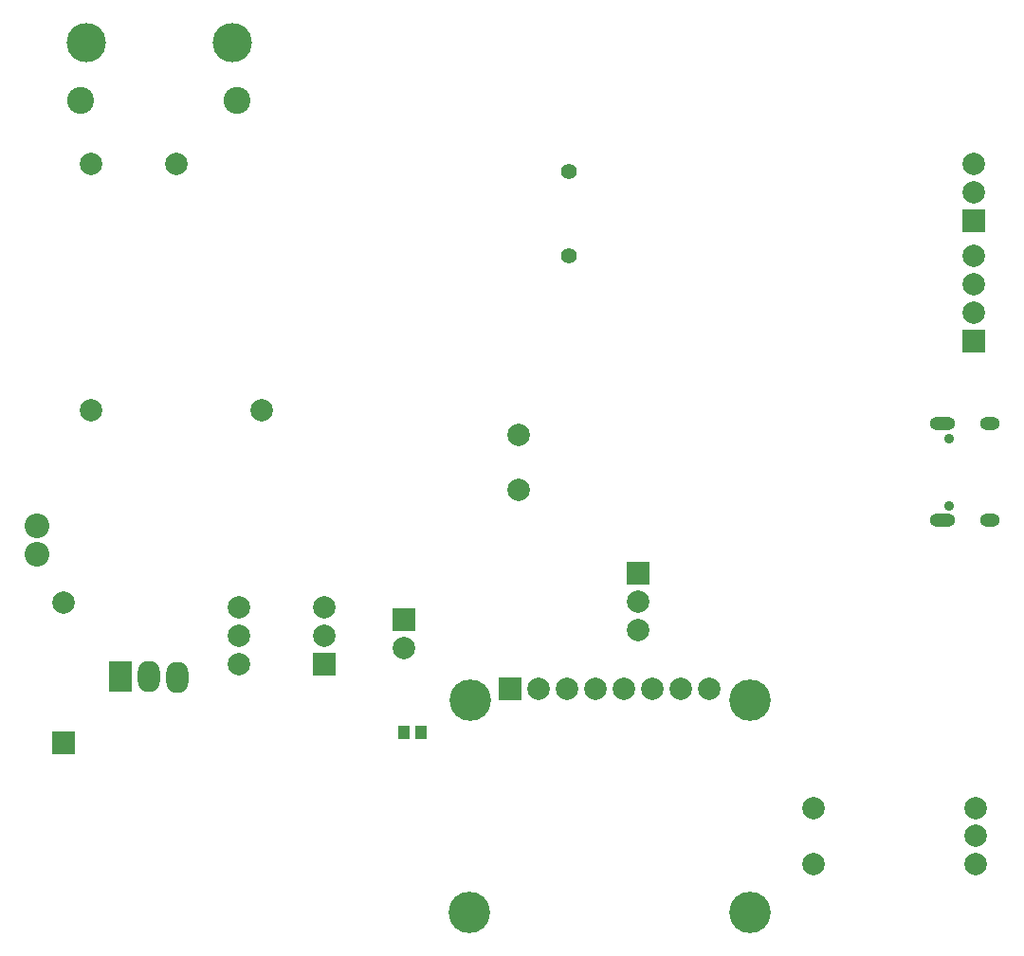
<source format=gbs>
G04*
G04 #@! TF.GenerationSoftware,Altium Limited,Altium Designer,21.3.2 (30)*
G04*
G04 Layer_Color=16711935*
%FSLAX25Y25*%
%MOIN*%
G70*
G04*
G04 #@! TF.SameCoordinates,2DA63E57-4869-4DD6-A6C4-22B490529F43*
G04*
G04*
G04 #@! TF.FilePolarity,Negative*
G04*
G01*
G75*
%ADD46R,0.04461X0.04658*%
%ADD65C,0.07887*%
%ADD66R,0.07887X0.11036*%
%ADD67O,0.07887X0.11036*%
%ADD68C,0.05524*%
%ADD69O,0.07099X0.04737*%
%ADD70O,0.09068X0.04737*%
%ADD71C,0.03556*%
%ADD72R,0.07887X0.07887*%
%ADD73C,0.08674*%
%ADD74C,0.13792*%
%ADD75C,0.09461*%
%ADD76C,0.14580*%
%ADD77R,0.07887X0.07887*%
D46*
X157063Y84000D02*
D03*
X151000Y84000D02*
D03*
D65*
X352043Y47500D02*
D03*
Y57342D02*
D03*
X294957Y37657D02*
D03*
X352043Y37657D02*
D03*
X294957Y57342D02*
D03*
X93000Y128000D02*
D03*
X93000Y118000D02*
D03*
X93000Y108000D02*
D03*
X123000Y128000D02*
D03*
X123000Y118000D02*
D03*
X191500Y188606D02*
D03*
Y169394D02*
D03*
X248500Y99339D02*
D03*
X258500D02*
D03*
X228500D02*
D03*
X238500Y99339D02*
D03*
X198500Y99339D02*
D03*
X208500Y99339D02*
D03*
X218500Y99339D02*
D03*
X31500Y129685D02*
D03*
X101000Y197193D02*
D03*
X41000Y283807D02*
D03*
X71000D02*
D03*
X41000Y197193D02*
D03*
X151000Y113500D02*
D03*
X351500Y231500D02*
D03*
Y241500D02*
D03*
Y251500D02*
D03*
X233500Y130000D02*
D03*
Y120000D02*
D03*
X351500Y274000D02*
D03*
Y284000D02*
D03*
D66*
X51500Y103500D02*
D03*
D67*
X71500Y103461D02*
D03*
X61500Y103500D02*
D03*
D68*
X209000Y251646D02*
D03*
Y281173D02*
D03*
D69*
X357030Y192508D02*
D03*
Y158492D02*
D03*
D70*
X340573Y192508D02*
D03*
X340573Y158492D02*
D03*
D71*
X342659Y187232D02*
D03*
Y163768D02*
D03*
D72*
X123000Y108000D02*
D03*
X188500Y99339D02*
D03*
D73*
X22000Y146500D02*
D03*
Y156500D02*
D03*
D74*
X90591Y326736D02*
D03*
X39410D02*
D03*
D75*
X37441Y306264D02*
D03*
X92559Y306264D02*
D03*
D76*
X272886Y95395D02*
D03*
X174114Y20605D02*
D03*
X174287Y95402D02*
D03*
X272713Y20598D02*
D03*
D77*
X31500Y80315D02*
D03*
X151000Y123500D02*
D03*
X351500Y221500D02*
D03*
X233500Y140000D02*
D03*
X351500Y264000D02*
D03*
M02*

</source>
